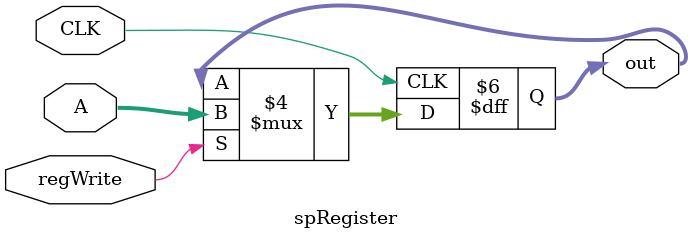
<source format=v>
`timescale 1ns / 1ps
module spRegister(
    input CLK,
    input [15:0] A,
    input regWrite,
    output reg[15:0] out
    );

initial begin
	 out <=8191;
	 end;
always @ (negedge (CLK))begin
if(regWrite ==1)
	out<=A;

end
endmodule

</source>
